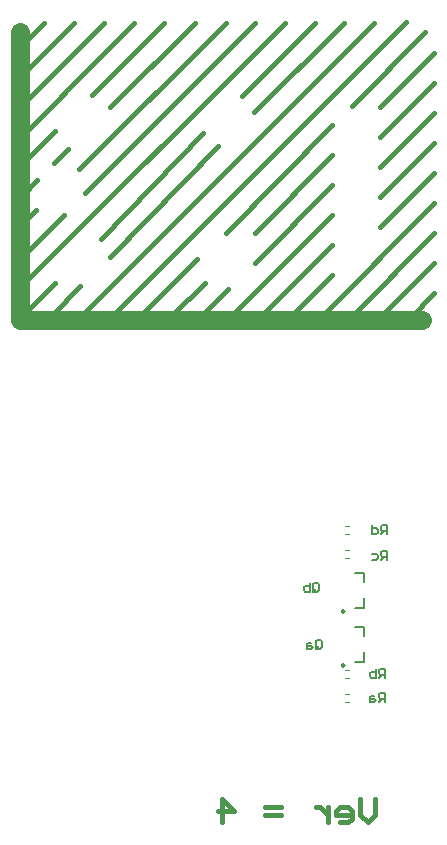
<source format=gbo>
G04*
G04 #@! TF.GenerationSoftware,Altium Limited,Altium Designer,21.6.1 (37)*
G04*
G04 Layer_Color=32896*
%FSLAX25Y25*%
%MOIN*%
G70*
G04*
G04 #@! TF.SameCoordinates,DB9D7466-3DC1-4D53-AB26-96178D206437*
G04*
G04*
G04 #@! TF.FilePolarity,Positive*
G04*
G01*
G75*
%ADD11C,0.00984*%
%ADD14C,0.00500*%
%ADD15C,0.00787*%
%ADD16C,0.00394*%
%ADD19C,0.01500*%
%ADD20C,0.06299*%
%ADD70C,0.01575*%
D11*
X299892Y197000D02*
X299154Y197426D01*
Y196574D01*
X299892Y197000D01*
Y179000D02*
X299154Y179426D01*
Y178574D01*
X299892Y179000D01*
D14*
X314195Y222729D02*
Y225728D01*
X312695D01*
X312195Y225228D01*
Y224229D01*
X312695Y223729D01*
X314195D01*
X313195D02*
X312195Y222729D01*
X309196Y225728D02*
Y222729D01*
X310696D01*
X311196Y223229D01*
Y224229D01*
X310696Y224728D01*
X309196D01*
X314271Y214209D02*
Y217208D01*
X312771D01*
X312271Y216708D01*
Y215709D01*
X312771Y215209D01*
X314271D01*
X313271D02*
X312271Y214209D01*
X309273Y216209D02*
X310772D01*
X311272Y215709D01*
Y214709D01*
X310772Y214209D01*
X309273D01*
X313499Y174778D02*
Y177777D01*
X312000D01*
X311500Y177277D01*
Y176277D01*
X312000Y175777D01*
X313499D01*
X312499D02*
X311500Y174778D01*
X310500Y177777D02*
Y174778D01*
X309001D01*
X308501Y175277D01*
Y175777D01*
Y176277D01*
X309001Y176777D01*
X310500D01*
X313499Y166760D02*
Y169759D01*
X312000D01*
X311500Y169260D01*
Y168260D01*
X312000Y167760D01*
X313499D01*
X312499D02*
X311500Y166760D01*
X310000Y168760D02*
X309001D01*
X308501Y168260D01*
Y166760D01*
X310000D01*
X310500Y167260D01*
X310000Y167760D01*
X308501D01*
X289500Y203969D02*
Y205968D01*
X290000Y206468D01*
X290999D01*
X291499Y205968D01*
Y203969D01*
X290999Y203469D01*
X290000D01*
X290499Y204469D02*
X289500Y203469D01*
X290000D02*
X289500Y203969D01*
X288500Y206468D02*
Y203469D01*
X287001D01*
X286501Y203969D01*
Y204469D01*
Y204969D01*
X287001Y205469D01*
X288500D01*
X290500Y185018D02*
Y187017D01*
X291000Y187517D01*
X291999D01*
X292499Y187017D01*
Y185018D01*
X291999Y184518D01*
X291000D01*
X291499Y185517D02*
X290500Y184518D01*
X291000D02*
X290500Y185018D01*
X289000Y186517D02*
X288001D01*
X287501Y186017D01*
Y184518D01*
X289000D01*
X289500Y185018D01*
X289000Y185517D01*
X287501D01*
D15*
X303606Y198094D02*
X306756D01*
Y201244D01*
X303606Y209906D02*
X306756D01*
Y206756D02*
Y209906D01*
X303606Y180095D02*
X306756D01*
Y183244D01*
X303606Y191905D02*
X306756D01*
Y188756D02*
Y191905D01*
D16*
X300213Y169378D02*
X301787D01*
X300213Y166622D02*
X301787D01*
X300213Y177378D02*
X301787D01*
X300213Y174622D02*
X301787D01*
X300213Y217378D02*
X301787D01*
X300213Y214622D02*
X301787D01*
X300213Y225378D02*
X301787D01*
X300213Y222622D02*
X301787D01*
D19*
X221992Y314922D02*
X258000Y352000D01*
X219000Y321000D02*
X253083Y356394D01*
X203311Y346311D02*
X208000Y351000D01*
X281750Y294750D02*
X296000Y309000D01*
X302163Y295163D02*
X330000Y323000D01*
X291500Y294500D02*
X330000Y333000D01*
X312000Y325000D02*
X330000Y343000D01*
X312000Y335000D02*
X330000Y353000D01*
X270400Y313000D02*
X296000Y339000D01*
X270400Y323000D02*
X296000Y349000D01*
X208000Y294771D02*
X211571D01*
X261771D02*
X296000Y329000D01*
X272701Y295701D02*
X296000Y319000D01*
X310912Y293913D02*
X330000Y313000D01*
X321825Y294825D02*
X330000Y303000D01*
X192221Y335222D02*
X197650Y340650D01*
X193256Y366256D02*
X220000Y393000D01*
X191650Y374650D02*
X210000Y393000D01*
X192314Y385314D02*
X200000Y393000D01*
X220657Y383657D02*
X230000Y393000D01*
X191825Y354825D02*
X220657Y383657D01*
X221992Y364992D02*
X250200Y393200D01*
X216000Y369000D02*
X240000Y393000D01*
X211650Y344350D02*
X260500Y393200D01*
X213727Y336527D02*
X270400Y393200D01*
X192794Y305694D02*
X280300Y393200D01*
X266100Y368900D02*
X290400Y393200D01*
X270100Y363300D02*
X300000Y393200D01*
X192521Y345922D02*
X203799Y357201D01*
X192521Y325922D02*
X197299Y330701D01*
X192521Y314922D02*
X206799Y329201D01*
X192984Y295772D02*
X203700Y306488D01*
X202537Y295772D02*
X212055Y305289D01*
X222984Y295772D02*
X320706Y393494D01*
X232284Y295772D02*
X250817Y314305D01*
X242776Y295772D02*
X253492Y306488D01*
X252605Y295772D02*
X261302Y304469D01*
X211571Y294771D02*
X310000Y393200D01*
X260500Y323000D02*
X296000Y359000D01*
X302500Y365500D02*
X327000Y390000D01*
X312000Y365000D02*
X330000Y383000D01*
X312000Y355000D02*
X330000Y373000D01*
X312000Y345000D02*
X330000Y363000D01*
D20*
X192000Y294000D02*
Y390000D01*
Y294000D02*
X326000D01*
D70*
X310425Y134446D02*
Y129199D01*
X307801Y126575D01*
X305178Y129199D01*
Y134446D01*
X298618Y126575D02*
X301242D01*
X302554Y127887D01*
Y130510D01*
X301242Y131823D01*
X298618D01*
X297306Y130510D01*
Y129199D01*
X302554D01*
X294682Y131823D02*
Y126575D01*
Y129199D01*
X293370Y130510D01*
X292058Y131823D01*
X290746D01*
X278939Y129199D02*
X273692D01*
X278939Y131823D02*
X273692D01*
X259261Y126575D02*
Y134446D01*
X263196Y130510D01*
X257949D01*
M02*

</source>
